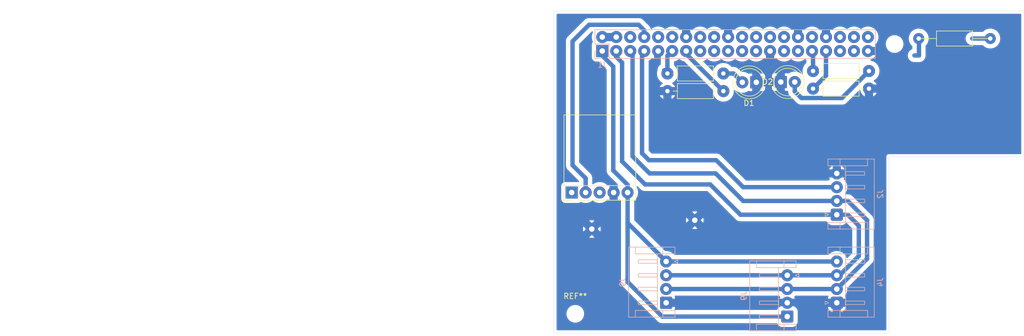
<source format=kicad_pcb>
(kicad_pcb (version 20240108) (generator "pcbnew") (generator_version "8.0")
  (layers (0 "F.Cu" signal) (31 "B.Cu" signal) (34 "B.Paste" user) (35 "F.Paste" user) (36 "B.SilkS" user "B.Silkscreen") (37 "F.SilkS" user "F.Silkscreen") (38 "B.Mask" user) (39 "F.Mask" user) (44 "Edge.Cuts" user))
  (net 0 "")
  (net 1 "GPIO5")
  (net 2 "GPIO13")
  (net 3 "Net-(D1-A)")
  (net 5 "Net-(D2-A)")
  (net 6 "+3.3V")
  (net 7 "TX")
  (net 9 "RX")
  (net 10 "GND")
  (net 13 "GPIO6")
  (net 17 "GPIO27")
  (net 20 "GPIO17")
  (net 22 "SDA")
  (net 27 "SCL")
  (net 32 "GPIO4")
  (net 34 "Net-(J5-Pin_1)")
  (footprint "Library_komsos:MountingHole_2.2mm_M2" (layer "F.Cu") (at 149.5 102)
    (property "Reference" "REF**" (at 0 -3.2 0) (layer "F.SilkS"))
    (property "Value" "MountingHole_2.2mm_M2")
    (pad "" np_thru_hole circle (at 0 0) (size 2.2 2.2) (drill 2.2) (layers "F&B.Cu" "*.Mask") (clearance 0.5))
  )
  (footprint "" (layer "F.Cu") (at 171.2 85)
    (property "Reference" "" (at 0 0 0) (layer "F.SilkS") (effects (font (size 1.27 1.27))))
    (property "Value" "")
    (pad "2" thru_hole circle (at 0 0 270) (size 2.2 2.2) (drill 1) (layers "*.Cu" "*.Mask") (net 10 "GND"))
  )
  (footprint "Library_komsos:R_Axial_DIN0207_L6.3mm_D2.5mm_P10.16mm_Horizontal_v2.2mm" (layer "F.Cu") (at 192.685 57.9)
    (property "Reference" "R2" (hide yes))
    (property "Value" "260")
    (fp_line (start 1.04 0) (end 1.81 0) (stroke (width 0.12)) (layer "F.SilkS"))
    (fp_line (start 1.81 -1.37) (end 1.81 1.37) (stroke (width 0.12)) (layer "F.SilkS"))
    (fp_line (start 1.81 1.37) (end 8.35 1.37) (stroke (width 0.12)) (layer "F.SilkS"))
    (fp_line (start 8.35 -1.37) (end 1.81 -1.37) (stroke (width 0.12)) (layer "F.SilkS"))
    (fp_line (start 8.35 1.37) (end 8.35 -1.37) (stroke (width 0.12)) (layer "F.SilkS"))
    (fp_line (start 9.12 0) (end 8.35 0) (stroke (width 0.12)) (layer "F.SilkS"))
    (pad "1" thru_hole oval (at 0 0) (size 2.2 2.2) (drill 0.8) (layers "*.Cu" "*.Mask") (net 13 "GPIO6"))
    (pad "2" thru_hole oval (at 10.16 0) (size 2.2 2.2) (drill 0.8) (layers "*.Cu" "*.Mask") (net 5 "Net-(D2-A)"))
  )
  (footprint "Library_komsos:R_Axial_DIN0207_L6.3mm_D2.5mm_P13.24mm_Horizontal_v2mm" (layer "F.Cu") (at 211.88 52)
    (property "Reference" "SW2" (hide yes))
    (property "Value" "SW_OFF")
    (fp_line (start -0.08 0) (end 3.23 0) (stroke (width 0.12)) (layer "F.SilkS"))
    (fp_line (start 3.23 -1.37) (end 3.23 1.37) (stroke (width 0.12)) (layer "F.SilkS"))
    (fp_line (start 3.23 1.37) (end 9.77 1.37) (stroke (width 0.12)) (layer "F.SilkS"))
    (fp_line (start 9.77 -1.37) (end 3.23 -1.37) (stroke (width 0.12)) (layer "F.SilkS"))
    (fp_line (start 9.77 1.37) (end 9.77 -1.37) (stroke (width 0.12)) (layer "F.SilkS"))
    (fp_line (start 13 0) (end 9.795 0) (stroke (width 0.12)) (layer "F.SilkS"))
    (pad "1" thru_hole circle (at 0 0) (size 2 2) (drill 0.8) (layers "*.Cu" "*.Mask") (net 2 "GPIO13"))
    (pad "2" thru_hole oval (at 13 0) (size 2 2) (drill 0.8) (layers "*.Cu" "*.Mask") (net 6 "+3.3V"))
  )
  (footprint "Library_komsos:GPS_BDS_BeiDou_Dual_Module_v2.2mm" (layer "F.Cu") (at 148.84 79.97 90)
    (property "Reference" "IC1" (hide yes))
    (property "Value" "Module_GPS")
    (fp_line (start 14.1 -1.4) (end 1.27 -1.4) (stroke (width 0.12)) (layer "F.SilkS"))
    (fp_line (start 1.27 -1.4) (end 1.27 1.27) (stroke (width 0.12)) (layer "F.SilkS"))
    (fp_line (start 0 -1.4) (end -1.4 -1.4) (stroke (width 0.12)) (layer "F.SilkS"))
    (fp_line (start -1.4 -1.4) (end -1.4 0) (stroke (width 0.12)) (layer "F.SilkS"))
    (fp_line (start 1.27 1.27) (end -1.4 1.27) (stroke (width 0.12)) (layer "F.SilkS"))
    (fp_line (start 1.27 1.27) (end 1.27 11.63) (stroke (width 0.12)) (layer "F.SilkS"))
    (fp_line (start -1.4 1.27) (end -1.4 11.63) (stroke (width 0.12)) (layer "F.SilkS"))
    (fp_line (start 14.1 11.63) (end 14.1 -1.4) (stroke (width 0.12)) (layer "F.SilkS"))
    (fp_line (start -1.4 11.63) (end 14.1 11.63) (stroke (width 0.12)) (layer "F.SilkS"))
    (pad "1" thru_hole rect (at 0 0 90) (size 2.2 2.2) (drill 1) (layers "*.Cu" "*.Mask" "B.Adhes"))
    (pad "2" thru_hole oval (at 0 2.54 90) (size 2.2 2.2) (drill 1) (layers "*.Cu" "*.Mask") (net 7 "TX"))
    (pad "3" thru_hole oval (at 0 5.08 90) (size 2.2 2.2) (drill 1) (layers "*.Cu" "*.Mask") (net 9 "RX"))
    (pad "4" thru_hole oval (at 0 7.62 90) (size 2.2 2.2) (drill 1) (layers "*.Cu" "*.Mask") (net 10 "GND"))
    (pad "5" thru_hole oval (at 0 10.16 90) (size 2.2 2.2) (drill 1) (layers "*.Cu" "*.Mask") (net 6 "+3.3V"))
  )
  (footprint "Library_komsos:LED_D5.0mm_v2.2mm" (layer "F.Cu") (at 182.38 59.95 180)
    (property "Reference" "D1" (at 1.34 -3.775 0) (layer "F.SilkS"))
    (property "Value" "LED_verte")
    (fp_line (start -1.29 -1.545) (end -1.29 1.545) (stroke (width 0.12)) (layer "F.SilkS"))
    (fp_arc (start 4.26 -0.000462) (mid 2.072002 2.880433) (end -1.29 1.54483) (stroke (width 0.12)) (layer "F.SilkS"))
    (fp_arc (start -1.29 -1.54483) (mid 2.072002 -2.880433) (end 4.26 0.000462) (stroke (width 0.12)) (layer "F.SilkS"))
    (fp_circle (center 1.27 0) (end 3.77 0) (stroke (width 0.12)) (fill none) (layer "F.SilkS"))
    (pad "1" thru_hole rect (at 0 0 180) (size 2.2 2.2) (drill 1) (layers "*.Cu" "*.Mask") (net 10 "GND"))
    (pad "2" thru_hole circle (at 2.54 0 180) (size 2.2 2.2) (drill 1) (layers "*.Cu" "*.Mask") (net 3 "Net-(D1-A)"))
  )
  (footprint "Library_komsos:MountingHole_2.2mm_M2" (layer "F.Cu") (at 207.5 53)
    (property "Reference" "REF**" (hide yes))
    (property "Value" "MountingHole_2.2mm_M2")
    (pad "" np_thru_hole circle (at 0 0) (size 2.2 2.2) (drill 2.2) (layers "F&B.Cu" "*.Mask") (clearance 0.5))
  )
  (footprint "Library_komsos:LED_D5.0mm_v2.2mm" (layer "F.Cu") (at 186.825 59.9)
    (property "Reference" "D2" (at -2.4 -0.025 0) (layer "F.SilkS"))
    (property "Value" "LED_rouge")
    (fp_line (start -1.29 -1.545) (end -1.29 1.545) (stroke (width 0.12)) (layer "F.SilkS"))
    (fp_arc (start -1.29 -1.54483) (mid 2.072002 -2.880433) (end 4.26 0.000462) (stroke (width 0.12)) (layer "F.SilkS"))
    (fp_arc (start 4.26 -0.000462) (mid 2.072002 2.880433) (end -1.29 1.54483) (stroke (width 0.12)) (layer "F.SilkS"))
    (fp_circle (center 1.27 0) (end 3.77 0) (stroke (width 0.12)) (fill none) (layer "F.SilkS"))
    (pad "1" thru_hole rect (at 0 0) (size 2.2 2.2) (drill 1) (layers "*.Cu" "*.Mask") (net 10 "GND"))
    (pad "2" thru_hole circle (at 2.54 0) (size 2.2 2.2) (drill 1) (layers "*.Cu" "*.Mask") (net 5 "Net-(D2-A)"))
  )
  (footprint "" (layer "F.Cu") (at 152.5 86.6)
    (property "Reference" "" (at 0 0 0) (layer "F.SilkS") (effects (font (size 1.27 1.27))))
    (property "Value" "")
    (pad "2" thru_hole circle (at 0 0 270) (size 2.2 2.2) (drill 1) (layers "*.Cu" "*.Mask") (net 10 "GND"))
  )
  (footprint "Library_komsos:R_Axial_DIN0207_L6.3mm_D2.5mm_P10.16mm_Horizontal_v2.2mm" (layer "F.Cu") (at 192.685 61.1)
    (property "Reference" "R4" (hide yes))
    (property "Value" "10k")
    (fp_line (start 1.04 0) (end 1.81 0) (stroke (width 0.12)) (layer "F.SilkS"))
    (fp_line (start 1.81 -1.37) (end 1.81 1.37) (stroke (width 0.12)) (layer "F.SilkS"))
    (fp_line (start 1.81 1.37) (end 8.35 1.37) (stroke (width 0.12)) (layer "F.SilkS"))
    (fp_line (start 8.35 -1.37) (end 1.81 -1.37) (stroke (width 0.12)) (layer "F.SilkS"))
    (fp_line (start 8.35 1.37) (end 8.35 -1.37) (stroke (width 0.12)) (layer "F.SilkS"))
    (fp_line (start 9.12 0) (end 8.35 0) (stroke (width 0.12)) (layer "F.SilkS"))
    (pad "1" thru_hole oval (at 0 0) (size 2.2 2.2) (drill 0.8) (layers "*.Cu" "*.Mask") (net 2 "GPIO13"))
    (pad "2" thru_hole oval (at 10.16 0) (size 2.2 2.2) (drill 0.8) (layers "*.Cu" "*.Mask") (net 10 "GND"))
  )
  (footprint "Library_komsos:R_Axial_DIN0207_L6.3mm_D2.5mm_P10.16mm_Horizontal_v2.2mm" (layer "F.Cu") (at 176.395 61.55 180)
    (property "Reference" "R3" (hide yes))
    (property "Value" "10k")
    (fp_line (start 9.12 0) (end 8.35 0) (stroke (width 0.12)) (layer "F.SilkS"))
    (fp_line (start 8.35 1.37) (end 8.35 -1.37) (stroke (width 0.12)) (layer "F.SilkS"))
    (fp_line (start 8.35 -1.37) (end 1.81 -1.37) (stroke (width 0.12)) (layer "F.SilkS"))
    (fp_line (start 1.81 1.37) (end 8.35 1.37) (stroke (width 0.12)) (layer "F.SilkS"))
    (fp_line (start 1.81 -1.37) (end 1.81 1.37) (stroke (width 0.12)) (layer "F.SilkS"))
    (fp_line (start 1.04 0) (end 1.81 0) (stroke (width 0.12)) (layer "F.SilkS"))
    (pad "1" thru_hole oval (at 0 0 180) (size 2.2 2.2) (drill 0.8) (layers "*.Cu" "*.Mask") (net 17 "GPIO27"))
    (pad "2" thru_hole oval (at 10.16 0 180) (size 2.2 2.2) (drill 0.8) (layers "*.Cu" "*.Mask") (net 10 "GND"))
  )
  (footprint "Library_komsos:R_Axial_DIN0207_L6.3mm_D2.5mm_P10.16mm_Horizontal_v2.2mm" (layer "F.Cu") (at 166.235 58.35)
    (property "Reference" "R1" (hide yes))
    (property "Value" "260")
    (fp_line (start 1.04 0) (end 1.81 0) (stroke (width 0.12)) (layer "F.SilkS"))
    (fp_line (start 1.81 -1.37) (end 1.81 1.37) (stroke (width 0.12)) (layer "F.SilkS"))
    (fp_line (start 1.81 1.37) (end 8.35 1.37) (stroke (width 0.12)) (layer "F.SilkS"))
    (fp_line (start 8.35 -1.37) (end 1.81 -1.37) (stroke (width 0.12)) (layer "F.SilkS"))
    (fp_line (start 8.35 1.37) (end 8.35 -1.37) (stroke (width 0.12)) (layer "F.SilkS"))
    (fp_line (start 9.12 0) (end 8.35 0) (stroke (width 0.12)) (layer "F.SilkS"))
    (pad "1" thru_hole oval (at 0 0) (size 2.2 2.2) (drill 0.8) (layers "*.Cu" "*.Mask") (net 20 "GPIO17"))
    (pad "2" thru_hole oval (at 10.16 0) (size 2.2 2.2) (drill 0.8) (layers "*.Cu" "*.Mask") (net 3 "Net-(D1-A)"))
  )
  (footprint "Library_komsos:JST_EH_S4B-EH_1x04_P2.50mm_Horizontal_kosmos" (layer "B.Cu") (at 166 92.5 -90)
    (property "Reference" "J9" (at 3.75 7.9 90) (layer "B.SilkS") (effects (justify mirror)))
    (property "Value" "Capteur_Lux")
    (fp_line (start -2.61 6.81) (end -2.61 -1.61) (stroke (width 0.12)) (layer "B.SilkS"))
    (fp_line (start 10.11 6.81) (end -2.61 6.81) (stroke (width 0.12)) (layer "B.SilkS"))
    (fp_line (start -1.39 5.59) (end -2.61 5.59) (stroke (width 0.12)) (layer "B.SilkS"))
    (fp_line (start 8.89 5.59) (end 10.11 5.59) (stroke (width 0.12)) (layer "B.SilkS"))
    (fp_line (start 0 5.09) (end -0.32 5.01) (stroke (width 0.12)) (layer "B.SilkS"))
    (fp_line (start 2.5 5.09) (end 2.18 5.01) (stroke (width 0.12)) (layer "B.SilkS"))
    (fp_line (start 5 5.09) (end 4.68 5.01) (stroke (width 0.12)) (layer "B.SilkS"))
    (fp_line (start 7.5 5.09) (end 7.18 5.01) (stroke (width 0.12)) (layer "B.SilkS"))
    (fp_line (start -0.32 5.01) (end -0.32 1.59) (stroke (width 0.12)) (layer "B.SilkS"))
    (fp_line (start 0.32 5.01) (end 0 5.09) (stroke (width 0.12)) (layer "B.SilkS"))
    (fp_line (start 2.18 5.01) (end 2.18 1.59) (stroke (width 0.12)) (layer "B.SilkS"))
    (fp_line (start 2.82 5.01) (end 2.5 5.09) (stroke (width 0.12)) (layer "B.SilkS"))
    (fp_line (start 4.68 5.01) (end 4.68 1.59) (stroke (width 0.12)) (layer "B.SilkS"))
    (fp_line (start 5.32 5.01) (end 5 5.09) (stroke (width 0.12)) (layer "B.SilkS"))
    (fp_line (start 7.18 5.01) (end 7.18 1.59) (stroke (width 0.12)) (layer "B.SilkS"))
    (fp_line (start 7.82 5.01) (end 7.5 5.09) (stroke (width 0.12)) (layer "B.SilkS"))
    (fp_line (start -0.32 1.59) (end 0 1.59) (stroke (width 0.12)) (layer "B.SilkS"))
    (fp_line (start 0 1.59) (end 0.32 1.59) (stroke (width 0.12)) (layer "B.SilkS"))
    (fp_line (start 0.32 1.59) (end 0.32 5.01) (stroke (width 0.12)) (layer "B.SilkS"))
    (fp_line (start 2.18 1.59) (end 2.5 1.59) (stroke (width 0.12)) (layer "B.SilkS"))
    (fp_line (start 2.5 1.59) (end 2.82 1.59) (stroke (width 0.12)) (layer "B.SilkS"))
    (fp_line (start 2.82 1.59) (end 2.82 5.01) (stroke (width 0.12)) (layer "B.SilkS"))
    (fp_line (start 4.68 1.59) (end 5 1.59) (stroke (width 0.12)) (layer "B.SilkS"))
    (fp_line (start 5 1.59) (end 5.32 1.59) (stroke (width 0.12)) (layer "B.SilkS"))
    (fp_line (start 5.32 1.59) (end 5.32 5.01) (stroke (width 0.12)) (layer "B.SilkS"))
    (fp_line (start 7.18 1.59) (end 7.5 1.59) (stroke (width 0.12)) (layer "B.SilkS"))
    (fp_line (start 7.5 1.59) (end 7.82 1.59) (stroke (width 0.12)) (layer "B.SilkS"))
    (fp_line (start 7.82 1.59) (end 7.82 5.01) (stroke (width 0.12)) (layer "B.SilkS"))
    (fp_line (start 8.89 1.59) (end -1.39 1.59) (stroke (width 0.12)) (layer "B.SilkS"))
    (fp_line (start -2.61 0.59) (end -1.39 0.59) (stroke (width 0.12)) (layer "B.SilkS"))
    (fp_line (start -1.39 0.59) (end -1.39 5.59) (stroke (width 0.12)) (layer "B.SilkS"))
    (fp_line (start 1.33 0.59) (end 1.17 0.59) (stroke (width 0.12)) (layer "B.SilkS"))
    (fp_line (start 3.83 0.59) (end 3.67 0.59) (stroke (width 0.12)) (layer "B.SilkS"))
    (fp_line (start 6.33 0.59) (end 6.17 0.59) (stroke (width 0.12)) (layer "B.SilkS"))
    (fp_line (start 8.89 0.59) (end 8.89 5.59) (stroke (width 0.12)) (layer "B.SilkS"))
    (fp_line (start 8.89 0.59) (end 8.89 -1.61) (stroke (width 0.12)) (layer "B.SilkS"))
    (fp_line (start 10.11 0.59) (end 8.89 0.59) (stroke (width 0.12)) (layer "B.SilkS"))
    (fp_line (start 0 -1.5) (end 0.3 -2.1) (stroke (width 0.12)) (layer "B.SilkS"))
    (fp_line (start -2.61 -1.61) (end -1.39 -1.61) (stroke (width 0.12)) (layer "B.SilkS"))
    (fp_line (start -1.39 -1.61) (end -1.39 0.59) (stroke (width 0.12)) (layer "B.SilkS"))
    (fp_line (start 8.89 -1.61) (end 10.11 -1.61) (stroke (width 0.12)) (layer "B.SilkS"))
    (fp_line (start 10.11 -1.61) (end 10.11 6.81) (stroke (width 0.12)) (layer "B.SilkS"))
    (fp_line (start -0.3 -2.1) (end 0 -1.5) (stroke (width 0.12)) (layer "B.SilkS"))
    (fp_line (start 0.3 -2.1) (end -0.3 -2.1) (stroke (width 0.12)) (layer "B.SilkS"))
    (pad "1" thru_hole circle (at 0 0 270) (size 2.2 2.2) (drill 1) (layers "*.Cu" "*.Mask") (net 6 "+3.3V"))
    (pad "2" thru_hole oval (at 2.5 0 270) (size 2.2 2.2) (drill 1) (layers "*.Cu" "*.Mask") (net 22 "SDA"))
    (pad "3" thru_hole oval (at 5 0 270) (size 2.2 2.2) (drill 1) (layers "*.Cu" "*.Mask") (net 27 "SCL"))
    (pad "4" thru_hole roundrect (at 7.5 0 270) (size 2.2 2.2) (drill 1) (layers "*.Cu" "*.Mask") (roundrect_rratio 0.1136363636) (net 10 "GND"))
  )
  (footprint "Library_komsos:JST_EH_S4B-EH_1x04_P2.50mm_Horizontal_kosmos" (layer "B.Cu") (at 197 84 90)
    (property "Reference" "J2" (at 3.75 7.9 90) (layer "B.SilkS") (effects (justify mirror)))
    (property "Value" "Arduino_Motor")
    (fp_line (start 0.3 -2.1) (end -0.3 -2.1) (stroke (width 0.12)) (layer "B.SilkS"))
    (fp_line (start -0.3 -2.1) (end 0 -1.5) (stroke (width 0.12)) (layer "B.SilkS"))
    (fp_line (start 10.11 -1.61) (end 10.11 6.81) (stroke (width 0.12)) (layer "B.SilkS"))
    (fp_line (start 8.89 -1.61) (end 10.11 -1.61) (stroke (width 0.12)) (layer "B.SilkS"))
    (fp_line (start -1.39 -1.61) (end -1.39 0.59) (stroke (width 0.12)) (layer "B.SilkS"))
    (fp_line (start -2.61 -1.61) (end -1.39 -1.61) (stroke (width 0.12)) (layer "B.SilkS"))
    (fp_line (start 0 -1.5) (end 0.3 -2.1) (stroke (width 0.12)) (layer "B.SilkS"))
    (fp_line (start 10.11 0.59) (end 8.89 0.59) (stroke (width 0.12)) (layer "B.SilkS"))
    (fp_line (start 8.89 0.59) (end 8.89 -1.61) (stroke (width 0.12)) (layer "B.SilkS"))
    (fp_line (start 8.89 0.59) (end 8.89 5.59) (stroke (width 0.12)) (layer "B.SilkS"))
    (fp_line (start 6.33 0.59) (end 6.17 0.59) (stroke (width 0.12)) (layer "B.SilkS"))
    (fp_line (start 3.83 0.59) (end 3.67 0.59) (stroke (width 0.12)) (layer "B.SilkS"))
    (fp_line (start 1.33 0.59) (end 1.17 0.59) (stroke (width 0.12)) (layer "B.SilkS"))
    (fp_line (start -1.39 0.59) (end -1.39 5.59) (stroke (width 0.12)) (layer "B.SilkS"))
    (fp_line (start -2.61 0.59) (end -1.39 0.59) (stroke (width 0.12)) (layer "B.SilkS"))
    (fp_line (start 8.89 1.59) (end -1.39 1.59) (stroke (width 0.12)) (layer "B.SilkS"))
    (fp_line (start 7.82 1.59) (end 7.82 5.01) (stroke (width 0.12)) (layer "B.SilkS"))
    (fp_line (start 7.5 1.59) (end 7.82 1.59) (stroke (width 0.12)) (layer "B.SilkS"))
    (fp_line (start 7.18 1.59) (end 7.5 1.59) (stroke (width 0.12)) (layer "B.SilkS"))
    (fp_line (start 5.32 1.59) (end 5.32 5.01) (stroke (width 0.12)) (layer "B.SilkS"))
    (fp_line (start 5 1.59) (end 5.32 1.59) (stroke (width 0.12)) (layer "B.SilkS"))
    (fp_line (start 4.68 1.59) (end 5 1.59) (stroke (width 0.12)) (layer "B.SilkS"))
    (fp_line (start 2.82 1.59) (end 2.82 5.01) (stroke (width 0.12)) (layer "B.SilkS"))
    (fp_line (start 2.5 1.59) (end 2.82 1.59) (stroke (width 0.12)) (layer "B.SilkS"))
    (fp_line (start 2.18 1.59) (end 2.5 1.59) (stroke (width 0.12)) (layer "B.SilkS"))
    (fp_line (start 0.32 1.59) (end 0.32 5.01) (stroke (width 0.12)) (layer "B.SilkS"))
    (fp_line (start 0 1.59) (end 0.32 1.59) (stroke (width 0.12)) (layer "B.SilkS"))
    (fp_line (start -0.32 1.59) (end 0 1.59) (stroke (width 0.12)) (layer "B.SilkS"))
    (fp_line (start 7.82 5.01) (end 7.5 5.09) (stroke (width 0.12)) (layer "B.SilkS"))
    (fp_line (start 7.18 5.01) (end 7.18 1.59) (stroke (width 0.12)) (layer "B.SilkS"))
    (fp_line (start 5.32 5.01) (end 5 5.09) (stroke (width 0.12)) (layer "B.SilkS"))
    (fp_line (start 4.68 5.01) (end 4.68 1.59) (stroke (width 0.12)) (layer "B.SilkS"))
    (fp_line (start 2.82 5.01) (end 2.5 5.09) (stroke (width 0.12)) (layer "B.SilkS"))
    (fp_line (start 2.18 5.01) (end 2.18 1.59) (stroke (width 0.12)) (layer "B.SilkS"))
    (fp_line (start 0.32 5.01) (end 0 5.09) (stroke (width 0.12)) (layer "B.SilkS"))
    (fp_line (start -0.32 5.01) (end -0.32 1.59) (stroke (width 0.12)) (layer "B.SilkS"))
    (fp_line (start 7.5 5.09) (end 7.18 5.01) (stroke (width 0.12)) (layer "B.SilkS"))
    (fp_line (start 5 5.09) (end 4.68 5.01) (stroke (width 0.12)) (layer "B.SilkS"))
    (fp_line (start 2.5 5.09) (end 2.18 5.01) (stroke (width 0.12)) (layer "B.SilkS"))
    (fp_line (start 0 5.09) (end -0.32 5.01) (stroke (width 0.12)) (layer "B.SilkS"))
    (fp_line (start 8.89 5.59) (end 10.11 5.59) (stroke (width 0.12)) (layer "B.SilkS"))
    (fp_line (start -1.39 5.59) (end -2.61 5.59) (stroke (width 0.12)) (layer "B.SilkS"))
    (fp_line (start 10.11 6.81) (end -2.61 6.81) (stroke (width 0.12)) (layer "B.SilkS"))
    (fp_line (start -2.61 6.81) (end -2.61 -1.61) (stroke (width 0.12)) (layer "B.SilkS"))
    (pad "1" thru_hole roundrect (at 0 0 90) (size 2.2 2.2) (drill 1) (layers "*.Cu" "*.Mask") (roundrect_rratio 0.147059) (net 22 "SDA"))
    (pad "2" thru_hole oval (at 2.5 0 90) (size 2.2 2.2) (drill 1) (layers "*.Cu" "*.Mask") (net 27 "SCL"))
    (pad "3" thru_hole oval (at 5 0 90) (size 2.2 2.2) (drill 1) (layers "*.Cu" "*.Mask") (net 32 "GPIO4"))
    (pad "4" thru_hole oval (at 7.5 0 90) (size 2.2 2.2) (drill 1) (layers "*.Cu" "*.Mask") (net 10 "GND"))
  )
  (footprint "Library_komsos:PinSocket_2x20_P2.54mm_Vertical_pad2.2mm" (layer "B.Cu") (at 154.4 54.27 -90)
    (property "Reference" "J1" (at 2.5 0 0) (layer "B.SilkS") (effects (justify mirror)))
    (property "Value" "Raspberry_Pi_2_3")
    (fp_line (start -1.27 1.33) (end -3.87 1.33) (stroke (width 0.12)) (layer "B.SilkS"))
    (fp_line (start 1.33 1.33) (end 0 1.33) (stroke (width 0.12)) (layer "B.SilkS"))
    (fp_line (start 1.33 0) (end 1.33 1.33) (stroke (width 0.12)) (layer "B.SilkS"))
    (fp_line (start -1.27 -1.27) (end -1.27 1.33) (stroke (width 0.12)) (layer "B.SilkS"))
    (fp_line (start 1.33 -1.27) (end -1.27 -1.27) (stroke (width 0.12)) (layer "B.SilkS"))
    (fp_line (start -3.87 -49.59) (end -3.87 1.33) (stroke (width 0.12)) (layer "B.SilkS"))
    (fp_line (start 1.33 -49.59) (end 1.33 -1.27) (stroke (width 0.12)) (layer "B.SilkS"))
    (fp_line (start 1.33 -49.59) (end -3.87 -49.59) (stroke (width 0.12)) (layer "B.SilkS"))
    (pad "1" thru_hole rect (at 0 0 270) (size 2.2 2.2) (drill 1) (layers "*.Cu" "*.Mask") (net 6 "+3.3V"))
    (pad "2" thru_hole oval (at -2.54 0 270) (size 2.2 2.2) (drill 1) (layers "*.Cu" "*.Mask") (net 34 "Net-(J5-Pin_1)"))
    (pad "3" thru_hole oval (at 0 -2.54 270) (size 2.2 2.2) (drill 1) (layers "*.Cu" "*.Mask") (net 22 "SDA"))
    (pad "4" thru_hole oval (at -2.54 -2.54 270) (size 2.2 2.2) (drill 1) (layers "*.Cu" "*.Mask") (net 34 "Net-(J5-Pin_1)"))
    (pad "5" thru_hole oval (at 0 -5.08 270) (size 2.2 2.2) (drill 1) (layers "*.Cu" "*.Mask") (net 27 "SCL"))
    (pad "6" thru_hole oval (at -2.54 -5.08 270) (size 2.2 2.2) (drill 1) (layers "*.Cu" "*.Mask") (net 10 "GND"))
    (pad "7" thru_hole oval (at 0 -7.62 270) (size 2.2 2.2) (drill 1) (layers "*.Cu" "*.Mask") (net 32 "GPIO4"))
    (pad "8" thru_hole oval (at -2.54 -7.62 270) (size 2.2 2.2) (drill 1) (layers "*.Cu" "*.Mask") (net 7 "TX"))
    (pad "9" thru_hole oval (at 0 -10.16 270) (size 2.2 2.2) (drill 1) (layers "*.Cu" "*.Mask") (net 10 "GND"))
    (pad "10" thru_hole oval (at -2.54 -10.16 270) (size 2.2 2.2) (drill 1) (layers "*.Cu" "*.Mask") (net 9 "RX"))
    (pad "11" thru_hole oval (at 0 -12.7 270) (size 2.2 2.2) (drill 1) (layers "*.Cu" "*.Mask") (net 20 "GPIO17"))
    (pad "12" thru_hole oval (at -2.54 -12.7 270) (size 2.2 2.2) (drill 1) (layers "*.Cu" "*.Mask"))
    (pad "13" thru_hole oval (at 0 -15.24 270) (size 2.2 2.2) (drill 1) (layers "*.Cu" "*.Mask") (net 17 "GPIO27"))
    (pad "14" thru_hole oval (at -2.54 -15.24 270) (size 2.2 2.2) (drill 1) (layers "*.Cu" "*.Mask") (net 10 "GND"))
    (pad "15" thru_hole oval (at 0 -17.78 270) (size 2.2 2.2) (drill 1) (layers "*.Cu" "*.Mask"))
    (pad "16" thru_hole oval (at -2.54 -17.78 270) (size 2.2 2.2) (drill 1) (layers "*.Cu" "*.Mask"))
    (pad "17" thru_hole oval (at 0 -20.32 270) (size 2.2 2.2) (drill 1) (layers "*.Cu" "*.Mask") (net 6 "+3.3V"))
    (pad "18" thru_hole oval (at -2.54 -20.32 270) (size 2.2 2.2) (drill 1) (layers "*.Cu" "*.Mask"))
    (pad "19" thru_hole oval (at 0 -22.86 270) (size 2.2 2.2) (drill 1) (layers "*.Cu" "*.Mask"))
    (pad "20" thru_hole oval (at -2.54 -22.86 270) (size 2.2 2.2) (drill 1) (layers "*.Cu" "*.Mask") (net 10 "GND"))
    (pad "21" thru_hole oval (at 0 -25.4 270) (size 2.2 2.2) (drill 1) (layers "*.Cu" "*.Mask"))
    (pad "22" thru_hole oval (at -2.54 -25.4 270) (size 2.2 2.2) (drill 1) (layers "*.Cu" "*.Mask"))
    (pad "23" thru_hole oval (at 0 -27.94 270) (size 2.2 2.2) (drill 1) (layers "*.Cu" "*.Mask"))
    (pad "24" thru_hole oval (at -2.54 -27.94 270) (size 2.2 2.2) (drill 1) (layers "*.Cu" "*.Mask"))
    (pad "25" thru_hole oval (at 0 -30.48 270) (size 2.2 2.2) (drill 1) (layers "*.Cu" "*.Mask") (net 10 "GND"))
    (pad "26" thru_hole oval (at -2.54 -30.48 270) (size 2.2 2.2) (drill 1) (layers "*.Cu" "*.Mask"))
    (pad "27" thru_hole oval (at 0 -33.02 270) (size 2.2 2.2) (drill 1) (layers "*.Cu" "*.Mask"))
    (pad "28" thru_hole oval (at -2.54 -33.02 270) (size 2.2 2.2) (drill 1) (layers "*.Cu" "*.Mask"))
    (pad "29" thru_hole oval (at 0 -35.56 270) (size 2.2 2.2) (drill 1) (layers "*.Cu" "*.Mask") (net 1 "GPIO5"))
    (pad "30" thru_hole oval (at -2.54 -35.56 270) (size 2.2 2.2) (drill 1) (layers "*.Cu" "*.Mask") (net 10 "GND"))
    (pad "31" thru_hole oval (at 0 -38.1 270) (size 2.2 2.2) (drill 1) (layers "*.Cu" "*.Mask") (net 13 "GPIO6"))
    (pad "32" thru_hole oval (at -2.54 -38.1 270) (size 2.2 2.2) (drill 1) (layers "*.Cu" "*.Mask"))
    (pad "33" thru_hole oval (at 0 -40.64 270) (size 2.2 2.2) (drill 1) (layers "*.Cu" "*.Mask") (net 2 "GPIO13"))
    (pad "34" thru_hole oval (at -2.54 -40.64 270) (size 2.2 2.2) (drill 1) (layers "*.Cu" "*.Mask") (net 10 "GND"))
    (pad "35" thru_hole oval (at 0 -43.18 270) (size 2.2 2.2) (drill 1) (layers "*.Cu" "*.Mask"))
    (pad "36" thru_hole oval (at -2.54 -43.18 270) (size 2.2 2.2) (drill 1) (layers "*.Cu" "*.Mask"))
    (pad "37" thru_hole oval (at 0 -45.72 270) (size 2.2 2.2) (drill 1) (layers "*.Cu" "*.Mask"))
    (pad "38" thru_hole oval (at -2.54 -45.72 270) (size 2.2 2.2) (drill 1) (layers "*.Cu" "*.Mask"))
    (pad "39" thru_hole oval (at 0 -48.26 270) (size 2.2 2.2) (drill 1) (layers "*.Cu" "*.Mask") (net 10 "GND"))
    (pad "40" thru_hole oval (at -2.54 -48.26 270) (size 2.2 2.2) (drill 1) (layers "*.Cu" "*.Mask"))
  )
  (footprint "Library_komsos:JST_EH_S4B-EH_1x04_P2.50mm_Horizontal_kosmos" (layer "B.Cu") (at 188 95 -90)
    (property "Reference" "J9" (at 3.75 7.9 90) (layer "B.SilkS") (effects (justify mirror)))
    (property "Value" "Capteur_Magneto")
    (fp_line (start -2.61 6.81) (end -2.61 -1.61) (stroke (width 0.12)) (layer "B.SilkS"))
    (fp_line (start 10.11 6.81) (end -2.61 6.81) (stroke (width 0.12)) (layer "B.SilkS"))
    (fp_line (start -1.39 5.59) (end -2.61 5.59) (stroke (width 0.12)) (layer "B.SilkS"))
    (fp_line (start 8.89 5.59) (end 10.11 5.59) (stroke (width 0.12)) (layer "B.SilkS"))
    (fp_line (start 0 5.09) (end -0.32 5.01) (stroke (width 0.12)) (layer "B.SilkS"))
    (fp_line (start 2.5 5.09) (end 2.18 5.01) (stroke (width 0.12)) (layer "B.SilkS"))
    (fp_line (start 5 5.09) (end 4.68 5.01) (stroke (width 0.12)) (layer "B.SilkS"))
    (fp_line (start 7.5 5.09) (end 7.18 5.01) (stroke (width 0.12)) (layer "B.SilkS"))
    (fp_line (start -0.32 5.01) (end -0.32 1.59) (stroke (width 0.12)) (layer "B.SilkS"))
    (fp_line (start 0.32 5.01) (end 0 5.09) (stroke (width 0.12)) (layer "B.SilkS"))
    (fp_line (start 2.18 5.01) (end 2.18 1.59) (stroke (width 0.12)) (layer "B.SilkS"))
    (fp_line (start 2.82 5.01) (end 2.5 5.09) (stroke (width 0.12)) (layer "B.SilkS"))
    (fp_line (start 4.68 5.01) (end 4.68 1.59) (stroke (width 0.12)) (layer "B.SilkS"))
    (fp_line (start 5.32 5.01) (end 5 5.09) (stroke (width 0.12)) (layer "B.SilkS"))
    (fp_line (start 7.18 5.01) (end 7.18 1.59) (stroke (width 0.12)) (layer "B.SilkS"))
    (fp_line (start 7.82 5.01) (end 7.5 5.09) (stroke (width 0.12)) (layer "B.SilkS"))
    (fp_line (start -0.32 1.59) (end 0 1.59) (stroke (width 0.12)) (layer "B.SilkS"))
    (fp_line (start 0 1.59) (end 0.32 1.59) (stroke (width 0.12)) (layer "B.SilkS"))
    (fp_line (start 0.32 1.59) (end 0.32 5.01) (stroke (width 0.12)) (layer "B.SilkS"))
    (fp_line (start 2.18 1.59) (end 2.5 1.59) (stroke (width 0.12)) (layer "B.SilkS"))
    (fp_line (start 2.5 1.59) (end 2.82 1.59) (stroke (width 0.12)) (layer "B.SilkS"))
    (fp_line (start 2.82 1.59) (end 2.82 5.01) (stroke (width 0.12)) (layer "B.SilkS"))
    (fp_line (start 4.68 1.59) (end 5 1.59) (stroke (width 0.12)) (layer "B.SilkS"))
    (fp_line (start 5 1.59) (end 5.32 1.59) (stroke (width 0.12)) (layer "B.SilkS"))
    (fp_line (start 5.32 1.59) (end 5.32 5.01) (stroke (width 0.12)) (layer "B.SilkS"))
    (fp_line (start 7.18 1.59) (end 7.5 1.59) (stroke (width 0.12)) (layer "B.SilkS"))
    (fp_line (start 7.5 1.59) (end 7.82 1.59) (stroke (width 0.12)) (layer "B.SilkS"))
    (fp_line (start 7.82 1.59) (end 7.82 5.01) (stroke (width 0.12)) (layer "B.SilkS"))
    (fp_line (start 8.89 1.59) (end -1.39 1.59) (stroke (width 0.12)) (layer "B.SilkS"))
    (fp_line (start -2.61 0.59) (end -1.39 0.59) (stroke (width 0.12)) (layer "B.SilkS"))
    (fp_line (start -1.39 0.59) (end -1.39 5.59) (stroke (width 0.12)) (layer "B.SilkS"))
    (fp_line (start 1.33 0.59) (end 1.17 0.59) (stroke (width 0.12)) (layer "B.SilkS"))
    (fp_line (start 3.83 0.59) (end 3.67 0.59) (stroke (width 0.12)) (layer "B.SilkS"))
    (fp_line (start 6.33 0.59) (end 6.17 0.59) (stroke (width 0.12)) (layer "B.SilkS"))
    (fp_line (start 8.89 0.59) (end 8.89 5.59) (stroke (width 0.12)) (layer "B.SilkS"))
    (fp_line (start 8.89 0.59) (end 8.89 -1.61) (stroke (width 0.12)) (layer "B.SilkS"))
    (fp_line (start 10.11 0.59) (end 8.89 0.59) (stroke (width 0.12)) (layer "B.SilkS"))
    (fp_line (start 0 -1.5) (end 0.3 -2.1) (stroke (width 0.12)) (layer "B.SilkS"))
    (fp_line (start -2.61 -1.61) (end -1.39 -1.61) (stroke (width 0.12)) (layer "B.SilkS"))
    (fp_line (start -1.39 -1.61) (end -1.39 0.59) (stroke (width 0.12)) (layer "B.SilkS"))
    (fp_line (start 8.89 -1.61) (end 10.11 -1.61) (stroke (width 0.12)) (layer "B.SilkS"))
    (fp_line (start 10.11 -1.61) (end 10.11 6.81) (stroke (width 0.12)) (layer "B.SilkS"))
    (fp_line (start -0.3 -2.1) (end 0 -1.5) (stroke (width 0.12)) (layer "B.SilkS"))
    (fp_line (start 0.3 -2.1) (end -0.3 -2.1) (stroke (width 0.12)) (layer "B.SilkS"))
    (pad "1" thru_hole circle (at 0 0 270) (size 2.2 2.2) (drill 1) (layers "*.Cu" "*.Mask") (net 22 "SDA"))
    (pad "2" thru_hole oval (at 2.5 0 270) (size 2.2 2.2) (drill 1) (layers "*.Cu" "*.Mask") (net 27 "SCL"))
    (pad "3" thru_hole oval (at 5 0 270) (size 2.2 2.2) (drill 1) (layers "*.Cu" "*.Mask") (net 10 "GND"))
    (pad "4" thru_hole roundrect (at 7.5 0 270) (size 2.2 2.2) (drill 1) (layers "*.Cu" "*.Mask") (roundrect_rratio 0.1136363636) (net 6 "+3.3V"))
  )
  (footprint "Library_komsos:JST_EH_S4B-EH_1x04_P2.50mm_Horizontal_kosmos" (layer "B.Cu") (at 197 100 90)
    (property "Reference" "J4" (at 3.75 7.9 90) (layer "B.SilkS") (effects (justify mirror)))
    (property "Value" "Capteur_Temp")
    (fp_line (start 0.3 -2.1) (end -0.3 -2.1) (stroke (width 0.12)) (layer "B.SilkS"))
    (fp_line (start -0.3 -2.1) (end 0 -1.5) (stroke (width 0.12)) (layer "B.SilkS"))
    (fp_line (start 10.11 -1.61) (end 10.11 6.81) (stroke (width 0.12)) (layer "B.SilkS"))
    (fp_line (start 8.89 -1.61) (end 10.11 -1.61) (stroke (width 0.12)) (layer "B.SilkS"))
    (fp_line (start -1.39 -1.61) (end -1.39 0.59) (stroke (width 0.12)) (layer "B.SilkS"))
    (fp_line (start -2.61 -1.61) (end -1.39 -1.61) (stroke (width 0.12)) (layer "B.SilkS"))
    (fp_line (start 0 -1.5) (end 0.3 -2.1) (stroke (width 0.12)) (layer "B.SilkS"))
    (fp_line (start 10.11 0.59) (end 8.89 0.59) (stroke (width 0.12)) (layer "B.SilkS"))
    (fp_line (start 8.89 0.59) (end 8.89 -1.61) (stroke (width 0.12)) (layer "B.SilkS"))
    (fp_line (start 8.89 0.59) (end 8.89 5.59) (stroke (width 0.12)) (layer "B.SilkS"))
    (fp_line (start 6.33 0.59) (end 6.17 0.59) (stroke (width 0.12)) (layer "B.SilkS"))
    (fp_line (start 3.83 0.59) (end 3.67 0.59) (stroke (width 0.12)) (layer "B.SilkS"))
    (fp_line (start 1.33 0.59) (end 1.17 0.59) (stroke (width 0.12)) (layer "B.SilkS"))
    (fp_line (start -1.39 0.59) (end -1.39 5.59) (stroke (width 0.12)) (layer "B.SilkS"))
    (fp_line (start -2.61 0.59) (end -1.39 0.59) (stroke (width 0.12)) (layer "B.SilkS"))
    (fp_line (start 8.89 1.59) (end -1.39 1.59) (stroke (width 0.12)) (layer "B.SilkS"))
    (fp_line (start 7.82 1.59) (end 7.82 5.01) (stroke (width 0.12)) (layer "B.SilkS"))
    (fp_line (start 7.5 1.59) (end 7.82 1.59) (stroke (width 0.12)) (layer "B.SilkS"))
    (fp_line (start 7.18 1.59) (end 7.5 1.59) (stroke (width 0.12)) (layer "B.SilkS"))
    (fp_line (start 5.32 1.59) (end 5.32 5.01) (stroke (width 0.12)) (layer "B.SilkS"))
    (fp_line (start 5 1.59) (end 5.32 1.59) (stroke (width 0.12)) (layer "B.SilkS"))
    (fp_line (start 4.68 1.59) (end 5 1.59) (stroke (width 0.12)) (layer "B.SilkS"))
    (fp_line (start 2.82 1.59) (end 2.82 5.01) (stroke (width 0.12)) (layer "B.SilkS"))
    (fp_line (start 2.5 1.59) (end 2.82 1.59) (stroke (width 0.12)) (layer "B.SilkS"))
    (fp_line (start 2.18 1.59) (end 2.5 1.59) (stroke (width 0.12)) (layer "B.SilkS"))
    (fp_line (start 0.32 1.59) (end 0.32 5.01) (stroke (width 0.12)) (layer "B.SilkS"))
    (fp_line (start 0 1.59) (end 0.32 1.59) (stroke (width 0.12)) (layer "B.SilkS"))
    (fp_line (start -0.32 1.59) (end 0 1.59) (stroke (width 0.12)) (layer "B.SilkS"))
    (fp_line (start 7.82 5.01) (end 7.5 5.09) (stroke (width 0.12)) (layer "B.SilkS"))
    (fp_line (start 7.18 5.01) (end 7.18 1.59) (stroke (width 0.12)) (layer "B.SilkS"))
    (fp_line (start 5.32 5.01) (end 5 5.09) (stroke (width 0.12)) (layer "B.SilkS"))
    (fp_line (start 4.68 5.01) (end 4.68 1.59) (stroke (width 0.12)) (layer "B.SilkS"))
    (fp_line (start 2.82 5.01) (end 2.5 5.09) (stroke (width 0.12)) (layer "B.SilkS"))
    (fp_line (start 2.18 5.01) (end 2.18 1.59) (stroke (width 0.12)) (layer "B.SilkS"))
    (fp_line (start 0.32 5.01) (end 0 5.09) (stroke (width 0.12)) (layer "B.SilkS"))
    (fp_line (start -0.32 5.01) (end -0.32 1.59) (stroke (width 0.12)) (layer "B.SilkS"))
    (fp_line (start 7.5 5.09) (end 7.18 5.01) (stroke (width 0.12)) (layer "B.SilkS"))
    (fp_line (start 5 5.09) (end 4.68 5.01) (stroke (width 0.12)) (layer "B.SilkS"))
    (fp_line (start 2.5 5.09) (end 2.18 5.01) (stroke (width 0.12)) (layer "B.SilkS"))
    (fp_line (start 0 5.09) (end -0.32 5.01) (stroke (width 0.12)) (layer "B.SilkS"))
    (fp_line (start 8.89 5.59) (end 10.11 5.59) (stroke (width 0.12)) (layer "B.SilkS"))
    (fp_line (start -1.39 5.59) (end -2.61 5.59) (stroke (width 0.12)) (layer "B.SilkS"))
    (fp_line (start 10.11 6.81) (end -2.61 6.81) (stroke (width 0.12)) (layer "B.SilkS"))
    (fp_line (start -2.61 6.81) (end -2.61 -1.61) (stroke (width 0.12)) (layer "B.SilkS"))
    (pad "1" thru_hole roundrect (at 0 0 90) (size 2.2 2.2) (drill 1) (layers "*.Cu" "*.Mask") (roundrect_rratio 0.147059) (net 10 "GND"))
    (pad "2" thru_hole oval (at 2.5 0 90) (size 2.2 2.2) (drill 1) (layers "*.Cu" "*.Mask") (net 27 "SCL"))
    (pad "3" thru_hole oval (at 5 0 90) (size 2.2 2.2) (drill 1) (layers "*.Cu" "*.Mask") (net 22 "SDA"))
    (pad "4" thru_hole oval (at 7.5 0 90) (size 2.2 2.2) (drill 1) (layers "*.Cu" "*.Mask") (net 6 "+3.3V"))
  )
  (gr_line (start 145.6 47) (end 231 47) (stroke (width 0.05)) (layer "Edge.Cuts"))
  (gr_line (start 206.5 73.5) (end 231 73.5) (stroke (width 0.05)) (layer "Edge.Cuts"))
  (gr_line (start 206.5 105.5) (end 206.5 73.5) (stroke (width 0.05)) (layer "Edge.Cuts"))
  (gr_line (start 231 73.5) (end 231 47) (stroke (width 0.05)) (layer "Edge.Cuts"))
  (gr_line (start 145.6 47) (end 145.6 105.5) (stroke (width 0.05)) (layer "Edge.Cuts"))
  (gr_line (start 145.6 105.5) (end 206.5 105.5) (stroke (width 0.05)) (layer "Edge.Cuts"))
  (segment (start 192.685 61.1) (end 195.04 58.745) (width 0.8) (layer "B.Cu") (net 2))
  (segment (start 211.1 55.075) (end 211.925 55.075) (width 0.8) (layer "B.Cu") (net 2))
  (segment (start 195.04 58.745) (end 195.04 54.27) (width 0.8) (layer "B.Cu") (net 2))
  (segment (start 211.88 52.02) (end 211.88 52) (width 0.8) (layer "B.Cu") (net 2))
  (segment (start 211.925 55.075) (end 211.925 52.045) (width 0.8) (layer "B.Cu") (net 2))
  (segment (start 211.925 52.045) (end 211.88 52) (width 0.8) (layer "B.Cu") (net 2))
  (segment (start 176.395 58.35) (end 178.24 58.35) (width 0.8) (layer "B.Cu") (net 3))
  (segment (start 178.24 58.35) (end 179.84 59.95) (width 0.8) (layer "B.Cu") (net 3))
  (segment (start 190.565 62.8) (end 189.365 61.6) (width 0.8) (layer "B.Cu") (net 5))
  (segment (start 189.365 61.6) (end 189.365 59.9) (width 0.8) (layer "B.Cu") (net 5))
  (segment (start 202.845 57.9) (end 197.945 62.8) (width 0.8) (layer "B.Cu") (net 5))
  (segment (start 197.945 62.8) (end 190.565 62.8) (width 0.8) (layer "B.Cu") (net 5))
  (segment (start 154.4 55.1) (end 156.4 57.1) (width 0.8) (layer "B.Cu") (net 6))
  (segment (start 165.295495 102.5) (end 159 96.204505) (width 0.8) (layer "B.Cu") (net 6))
  (segment (start 159 85.5) (end 166 92.5) (width 0.8) (layer "B.Cu") (net 6))
  (segment (start 154.4 54.27) (end 154.4 55.1) (width 0.8) (layer "B.Cu") (net 6))
  (segment (start 187.5 102.5) (end 165.295495 102.5) (width 0.8) (layer "B.Cu") (net 6))
  (segment (start 159 79.97) (end 159 85.5) (width 0.8) (layer "B.Cu") (net 6))
  (segment (start 156.4 57.1) (end 156.4 75.96) (width 0.8) (layer "B.Cu") (net 6))
  (segment (start 159 78.56) (end 159 79.97) (width 0.8) (layer "B.Cu") (net 6))
  (segment (start 159 96.204505) (end 159 85.5) (width 0.8) (layer "B.Cu") (net 6))
  (segment (start 221.6 52) (end 224.88 52) (width 0.8) (layer "B.Cu") (net 6))
  (segment (start 166 92.5) (end 197 92.5) (width 0.8) (layer "B.Cu") (net 6))
  (segment (start 156.4 75.96) (end 159 78.56) (width 0.8) (layer "B.Cu") (net 6))
  (segment (start 151.38 77.38) (end 151.38 79.97) (width 0.8) (layer "B.Cu") (net 7))
  (segment (start 152 49.5) (end 149 52.5) (width 0.8) (layer "B.Cu") (net 7))
  (segment (start 161 49.5) (end 152 49.5) (width 0.8) (layer "B.Cu") (net 7))
  (segment (start 162.02 50.52) (end 161 49.5) (width 0.8) (layer "B.Cu") (net 7))
  (segment (start 149 52.5) (end 149 75) (width 0.8) (layer "B.Cu") (net 7))
  (segment (start 149 75) (end 151.38 77.38) (width 0.8) (layer "B.Cu") (net 7))
  (segment (start 154 79.89) (end 153.92 79.97) (width 0.8) (layer "B.Cu") (net 9))
  (via (at 166.235 61.55) (size 0.6) (drill 0.3) (layers "F.Cu" "B.Cu") (net 10))
  (segment (start 192.685 57.9) (end 192.685 54.455) (width 0.8) (layer "B.Cu") (net 13))
  (segment (start 192.685 54.455) (end 192.5 54.27) (width 0.8) (layer "B.Cu") (net 13))
  (segment (start 192.02 54.75) (end 192.5 54.27) (width 0.8) (layer "B.Cu") (net 13))
  (segment (start 176.395 61.55) (end 169.64 54.795) (width 0.8) (layer "B.Cu") (net 17))
  (segment (start 175.84 61.55) (end 176.395 61.55) (width 0.8) (layer "B.Cu") (net 17))
  (segment (start 169.64 54.795) (end 169.64 54.27) (width 0.8) (layer "B.Cu") (net 17))
  (segment (start 166.235 55.135) (end 167.1 54.27) (width 0.8) (layer "B.Cu") (net 20))
  (segment (start 165.64 57.755) (end 166.235 58.35) (width 0.8) (layer "B.Cu") (net 20))
  (segment (start 166.235 58.35) (end 166.235 55.135) (width 0.8) (layer "B.Cu") (net 20))
  (segment (start 156.94 54.27) (end 156.94 55.315) (width 0.8) (layer "B.Cu") (net 22))
  (segment (start 158 74.325) (end 162.175 78.5) (width 0.8) (layer "B.Cu") (net 22))
  (segment (start 156.94 55.315) (end 158 56.375) (width 0.8) (layer "B.Cu") (net 22))
  (segment (start 197.5 95) (end 201 91.5) (width 0.8) (layer "B.Cu") (net 22))
  (segment (start 197 95) (end 197.5 95) (width 0.8) (layer "B.Cu") (net 22))
  (segment (start 158 56.375) (end 158 74.325) (width 0.8) (layer "B.Cu") (net 22))
  (segment (start 201 86) (end 199 84) (width 0.8) (layer "B.Cu") (net 22))
  (segment (start 197 95) (end 166 95) (width 0.8) (layer "B.Cu") (net 22))
  (segment (start 162.175 78.5) (end 174 78.5) (width 0.8) (layer "B.Cu") (net 22))
  (segment (start 174 78.5) (end 179.5 84) (width 0.8) (layer "B.Cu") (net 22))
  (segment (start 179.5 84) (end 197 84) (width 0.8) (layer "B.Cu") (net 22))
  (segment (start 199 84) (end 197 84) (width 0.8) (layer "B.Cu") (net 22))
  (segment (start 201 91.5) (end 201 86) (width 0.8) (layer "B.Cu") (net 22))
  (segment (start 197 97.5) (end 202.5 92) (width 0.8) (layer "B.Cu") (net 27))
  (segment (start 159.975 54.765) (end 159.48 54.27) (width 0.8) (layer "B.Cu") (net 27))
  (segment (start 180 81.5) (end 197 81.5) (width 0.8) (layer "B.Cu") (net 27))
  (segment (start 159.9 54.69) (end 159.9 73.4) (width 0.8) (layer "B.Cu") (net 27))
  (segment (start 159.9 73.4) (end 163 76.5) (width 0.8) (layer "B.Cu") (net 27))
  (segment (start 159.48 54.27) (end 159.9 54.69) (width 0.8) (layer "B.Cu") (net 27))
  (segment (start 197 97.5) (end 188.5 97.5) (width 0.8) (layer "B.Cu") (net 27))
  (segment (start 199 81.5) (end 197 81.5) (width 0.8) (layer "B.Cu") (net 27))
  (segment (start 202.5 85) (end 199 81.5) (width 0.8) (layer "B.Cu") (net 27))
  (segment (start 202.5 92) (end 202.5 85) (width 0.8) (layer "B.Cu") (net 27))
  (segment (start 166 97.5) (end 187.5 97.5) (width 0.8) (layer "B.Cu") (net 27))
  (segment (start 163 76.5) (end 175 76.5) (width 0.8) (layer "B.Cu") (net 27))
  (segment (start 175 76.5) (end 180 81.5) (width 0.8) (layer "B.Cu") (net 27))
  (segment (start 161.625 54.665) (end 161.625 72.85) (width 0.8) (layer "B.Cu") (net 32))
  (segment (start 162.875 74.1) (end 175.1 74.1) (width 0.8) (layer "B.Cu") (net 32))
  (segment (start 175.1 74.1) (end 180 79) (width 0.8) (layer "B.Cu") (net 32))
  (segment (start 180 79) (end 197 79) (width 0.8) (layer "B.Cu") (net 32))
  (segment (start 162.02 54.27) (end 161.625 54.665) (width 0.8) (layer "B.Cu") (net 32))
  (segment (start 161.625 72.85) (end 162.875 74.1) (width 0.8) (layer "B.Cu") (net 32))
  (segment (start 156.94 51.73) (end 154.4 51.73) (width 1.5) (layer "B.Cu") (net 34))
  (zone (net 10) (net_name "GND") (layer "B.Cu") (priority 1) (connect_pads (clearance 0.8)) (min_thickness 0.25) (fill yes (thermal_gap 0.5) (thermal_bridge_width 1.5))
    (polygon (pts (xy 231 105.5) (xy 169 105.5) (xy 145.6 105.7) (xy 145.6 47.2) (xy 231 47)))
  )
)
</source>
